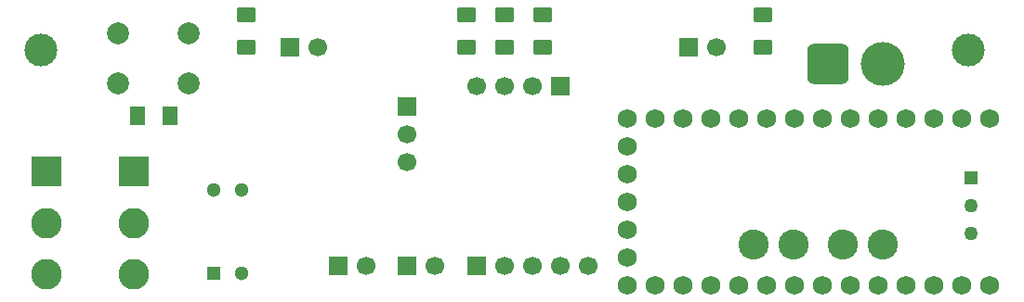
<source format=gbr>
%TF.GenerationSoftware,KiCad,Pcbnew,9.0.3*%
%TF.CreationDate,2025-10-02T05:44:06-04:00*%
%TF.ProjectId,Spii_v3,53706969-5f76-4332-9e6b-696361645f70,rev?*%
%TF.SameCoordinates,Original*%
%TF.FileFunction,Soldermask,Top*%
%TF.FilePolarity,Negative*%
%FSLAX46Y46*%
G04 Gerber Fmt 4.6, Leading zero omitted, Abs format (unit mm)*
G04 Created by KiCad (PCBNEW 9.0.3) date 2025-10-02 05:44:06*
%MOMM*%
%LPD*%
G01*
G04 APERTURE LIST*
G04 Aperture macros list*
%AMRoundRect*
0 Rectangle with rounded corners*
0 $1 Rounding radius*
0 $2 $3 $4 $5 $6 $7 $8 $9 X,Y pos of 4 corners*
0 Add a 4 corners polygon primitive as box body*
4,1,4,$2,$3,$4,$5,$6,$7,$8,$9,$2,$3,0*
0 Add four circle primitives for the rounded corners*
1,1,$1+$1,$2,$3*
1,1,$1+$1,$4,$5*
1,1,$1+$1,$6,$7*
1,1,$1+$1,$8,$9*
0 Add four rect primitives between the rounded corners*
20,1,$1+$1,$2,$3,$4,$5,0*
20,1,$1+$1,$4,$5,$6,$7,0*
20,1,$1+$1,$6,$7,$8,$9,0*
20,1,$1+$1,$8,$9,$2,$3,0*%
G04 Aperture macros list end*
%ADD10R,1.700000X1.700000*%
%ADD11C,1.700000*%
%ADD12C,2.754000*%
%ADD13RoundRect,0.250001X-0.462499X-0.624999X0.462499X-0.624999X0.462499X0.624999X-0.462499X0.624999X0*%
%ADD14RoundRect,0.250001X0.624999X-0.462499X0.624999X0.462499X-0.624999X0.462499X-0.624999X-0.462499X0*%
%ADD15R,1.300000X1.300000*%
%ADD16C,1.300000*%
%ADD17R,1.270000X1.270000*%
%ADD18C,1.270000*%
%ADD19C,3.000000*%
%ADD20R,2.794000X2.794000*%
%ADD21C,2.794000*%
%ADD22RoundRect,0.760000X-1.140000X-1.140000X1.140000X-1.140000X1.140000X1.140000X-1.140000X1.140000X0*%
%ADD23C,4.000000*%
%ADD24C,2.000000*%
%ADD25C,1.734000*%
G04 APERTURE END LIST*
D10*
%TO.C,TV1*%
X185120000Y-127000000D03*
D11*
X182580000Y-127000000D03*
X180040000Y-127000000D03*
X177500000Y-127000000D03*
%TD*%
D10*
%TO.C,J9*%
X196750000Y-123475000D03*
D11*
X199290000Y-123475000D03*
%TD*%
D10*
%TO.C,-       +*%
X160460000Y-123475000D03*
D11*
X163000000Y-123475000D03*
%TD*%
D12*
%TO.C,F1*%
X214500000Y-141500000D03*
X210840000Y-141500000D03*
X206370000Y-141500000D03*
X202710000Y-141500000D03*
%TD*%
D13*
%TO.C,-       +*%
X149500000Y-129750000D03*
X146525000Y-129750000D03*
%TD*%
D14*
%TO.C,-       +*%
X203500000Y-123487500D03*
X203500000Y-120512500D03*
%TD*%
%TO.C,-       +*%
X176500000Y-123487500D03*
X176500000Y-120512500D03*
%TD*%
%TO.C,-+*%
X156500000Y-123500000D03*
X156500000Y-120525000D03*
%TD*%
%TO.C,-       +*%
X183500000Y-123487500D03*
X183500000Y-120512500D03*
%TD*%
%TO.C,-       +*%
X180000000Y-123487500D03*
X180000000Y-120512500D03*
%TD*%
D10*
%TO.C,IR_PWR*%
X164830000Y-143475000D03*
D11*
X167370000Y-143475000D03*
%TD*%
D10*
%TO.C,SIGNAL1*%
X177420000Y-143500000D03*
D11*
X179960000Y-143500000D03*
X182500000Y-143500000D03*
X185040000Y-143500000D03*
X187580000Y-143500000D03*
%TD*%
D10*
%TO.C,LN_PWR*%
X171080000Y-143500000D03*
D11*
X173620000Y-143500000D03*
%TD*%
D10*
%TO.C,START_MOD1*%
X171080000Y-128920000D03*
D11*
X171080000Y-131460000D03*
X171080000Y-134000000D03*
%TD*%
D15*
%TO.C,SW_DIP1*%
X153460000Y-144120000D03*
D16*
X156000000Y-144120000D03*
X156000000Y-136500000D03*
X153460000Y-136500000D03*
%TD*%
D17*
%TO.C,U2*%
X222540000Y-135460000D03*
D18*
X222540000Y-138000000D03*
X222540000Y-140540000D03*
%TD*%
D19*
%TO.C,H1*%
X222250000Y-123750000D03*
%TD*%
D20*
%TO.C,SW3*%
X146250000Y-134852000D03*
D21*
X146250000Y-139551000D03*
X146250000Y-144250000D03*
%TD*%
D19*
%TO.C,H2*%
X137750000Y-123750000D03*
%TD*%
D22*
%TO.C,J7*%
X209500000Y-125000000D03*
D23*
X214500000Y-125000000D03*
%TD*%
D24*
%TO.C,SW1*%
X144750000Y-122250000D03*
X151250000Y-122250000D03*
X144750000Y-126750000D03*
X151250000Y-126750000D03*
%TD*%
D20*
%TO.C,SW2*%
X138250000Y-134852000D03*
D21*
X138250000Y-139551000D03*
X138250000Y-144250000D03*
%TD*%
D25*
%TO.C,Teensy 4.0*%
X221700000Y-130000000D03*
X219160000Y-130000000D03*
X216620000Y-130000000D03*
X214080000Y-130000000D03*
X191220000Y-135080000D03*
X219160000Y-145240000D03*
X211540000Y-130000000D03*
X209000000Y-130000000D03*
X206460000Y-130000000D03*
X203920000Y-130000000D03*
X201380000Y-130000000D03*
X198840000Y-130000000D03*
X196300000Y-130000000D03*
X193760000Y-130000000D03*
X191220000Y-130000000D03*
X191220000Y-145240000D03*
X193760000Y-145240000D03*
X196300000Y-145240000D03*
X198840000Y-145240000D03*
X201380000Y-145240000D03*
X203920000Y-145240000D03*
X206460000Y-145240000D03*
X209000000Y-145240000D03*
X211540000Y-145240000D03*
X214080000Y-145240000D03*
X216620000Y-145240000D03*
X224240000Y-130000000D03*
X191220000Y-137620000D03*
X221700000Y-145240000D03*
X191220000Y-142700000D03*
X191220000Y-140160000D03*
X191220000Y-132540000D03*
X224240000Y-145240000D03*
%TD*%
M02*

</source>
